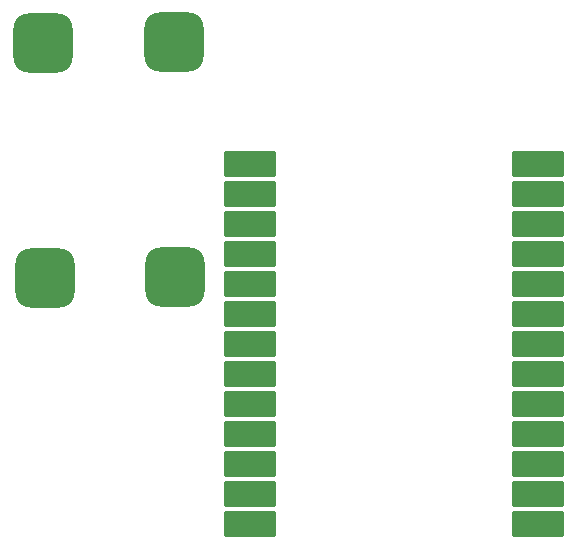
<source format=gbr>
%TF.GenerationSoftware,KiCad,Pcbnew,7.0.9*%
%TF.CreationDate,2024-07-05T12:55:42+10:00*%
%TF.ProjectId,ethernet_led_controller,65746865-726e-4657-945f-6c65645f636f,v1_1_0*%
%TF.SameCoordinates,Original*%
%TF.FileFunction,Paste,Top*%
%TF.FilePolarity,Positive*%
%FSLAX46Y46*%
G04 Gerber Fmt 4.6, Leading zero omitted, Abs format (unit mm)*
G04 Created by KiCad (PCBNEW 7.0.9) date 2024-07-05 12:55:42*
%MOMM*%
%LPD*%
G01*
G04 APERTURE LIST*
G04 Aperture macros list*
%AMRoundRect*
0 Rectangle with rounded corners*
0 $1 Rounding radius*
0 $2 $3 $4 $5 $6 $7 $8 $9 X,Y pos of 4 corners*
0 Add a 4 corners polygon primitive as box body*
4,1,4,$2,$3,$4,$5,$6,$7,$8,$9,$2,$3,0*
0 Add four circle primitives for the rounded corners*
1,1,$1+$1,$2,$3*
1,1,$1+$1,$4,$5*
1,1,$1+$1,$6,$7*
1,1,$1+$1,$8,$9*
0 Add four rect primitives between the rounded corners*
20,1,$1+$1,$2,$3,$4,$5,0*
20,1,$1+$1,$4,$5,$6,$7,0*
20,1,$1+$1,$6,$7,$8,$9,0*
20,1,$1+$1,$8,$9,$2,$3,0*%
G04 Aperture macros list end*
%ADD10RoundRect,0.220000X1.980000X-0.880000X1.980000X0.880000X-1.980000X0.880000X-1.980000X-0.880000X0*%
%ADD11RoundRect,1.250000X1.250000X-1.250000X1.250000X1.250000X-1.250000X1.250000X-1.250000X-1.250000X0*%
G04 APERTURE END LIST*
D10*
%TO.C,U1*%
X114997000Y-76760000D03*
X114997000Y-79300000D03*
X114997000Y-81840000D03*
X114997000Y-84380000D03*
X114997000Y-86920000D03*
X114997000Y-89460000D03*
X114997000Y-92000000D03*
X114997000Y-94540000D03*
X114997000Y-97080000D03*
X114997000Y-99620000D03*
X114997000Y-102160000D03*
X114997000Y-104700000D03*
X114997000Y-107240000D03*
X139381000Y-107240000D03*
X139381000Y-104700000D03*
X139381000Y-102160000D03*
X139381000Y-99620000D03*
X139381000Y-97080000D03*
X139381000Y-94540000D03*
X139381000Y-92000000D03*
X139381000Y-89460000D03*
X139381000Y-86920000D03*
X139381000Y-84380000D03*
X139381000Y-81840000D03*
X139381000Y-79300000D03*
X139381000Y-76760000D03*
%TD*%
D11*
%TO.C,J8*%
X97459000Y-66490000D03*
X108559000Y-66440000D03*
X108609000Y-86340000D03*
X97609000Y-86440000D03*
%TD*%
M02*

</source>
